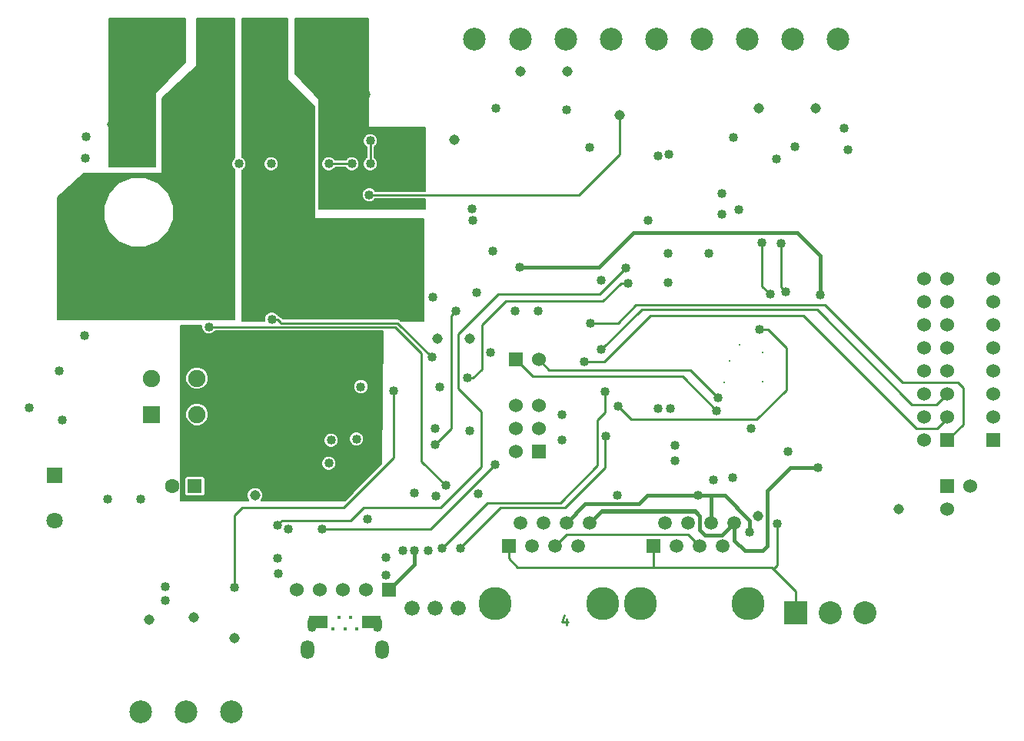
<source format=gbl>
G04 (created by PCBNEW (2013-07-07 BZR 4022)-stable) date 4/21/2018 10:45:42 AM*
%MOIN*%
G04 Gerber Fmt 3.4, Leading zero omitted, Abs format*
%FSLAX34Y34*%
G01*
G70*
G90*
G04 APERTURE LIST*
%ADD10C,0.00590551*%
%ADD11C,0.01*%
%ADD12R,0.1X0.1*%
%ADD13C,0.1*%
%ADD14R,0.06X0.06*%
%ADD15C,0.06*%
%ADD16R,0.0629921X0.0629921*%
%ADD17C,0.0629921*%
%ADD18C,0.0984252*%
%ADD19C,0.011811*%
%ADD20R,0.0708661X0.0708661*%
%ADD21C,0.0708661*%
%ADD22C,0.045*%
%ADD23C,0.066*%
%ADD24C,0.1437*%
%ADD25R,0.0591X0.0591*%
%ADD26C,0.0591*%
%ADD27O,0.0393701X0.0669291*%
%ADD28C,0.0177165*%
%ADD29C,0.075*%
%ADD30R,0.075X0.075*%
%ADD31O,0.0590551X0.0826772*%
%ADD32R,0.0787402X0.0562992*%
%ADD33R,0.0787402X0.0574803*%
%ADD34C,0.04*%
%ADD35C,0.016*%
%ADD36C,0.008*%
G04 APERTURE END LIST*
G54D10*
G54D11*
X54316Y-44355D02*
X54316Y-44621D01*
X54220Y-44202D02*
X54125Y-44488D01*
X54373Y-44488D01*
G54D12*
X64248Y-44094D03*
G54D13*
X65748Y-44094D03*
X67248Y-44094D03*
G54D14*
X46600Y-43100D03*
G54D15*
X45600Y-43100D03*
X44600Y-43100D03*
X43600Y-43100D03*
X42600Y-43100D03*
G54D14*
X53100Y-37100D03*
G54D15*
X52100Y-37100D03*
X53100Y-36100D03*
X52100Y-36100D03*
X53100Y-35100D03*
X52100Y-35100D03*
G54D16*
X38192Y-38600D03*
G54D17*
X37207Y-38600D03*
G54D18*
X35178Y-19300D03*
X37147Y-19300D03*
X39115Y-19300D03*
X41084Y-19300D03*
X45021Y-19300D03*
X43052Y-19300D03*
G54D19*
X62810Y-32780D03*
X42600Y-38700D03*
X44200Y-35200D03*
X40500Y-33300D03*
X42500Y-36600D03*
X40500Y-34700D03*
X41600Y-33900D03*
X40500Y-35900D03*
X44930Y-34250D03*
G54D20*
X32100Y-38115D03*
G54D21*
X32100Y-40084D03*
G54D19*
X43200Y-33900D03*
X41540Y-35320D03*
X43200Y-35300D03*
X44200Y-33300D03*
X42500Y-34700D03*
G54D22*
X40800Y-39000D03*
G54D23*
X49600Y-43900D03*
X48600Y-43900D03*
X47600Y-43900D03*
G54D14*
X70800Y-38600D03*
G54D15*
X70800Y-39600D03*
G54D24*
X62180Y-43700D03*
X57507Y-43700D03*
G54D25*
X58092Y-41200D03*
G54D26*
X58592Y-40200D03*
X59092Y-41200D03*
X59592Y-40200D03*
X60092Y-41200D03*
X60592Y-40200D03*
X61092Y-41200D03*
X61592Y-40200D03*
G54D24*
X55881Y-43700D03*
X51208Y-43700D03*
G54D25*
X51793Y-41200D03*
G54D26*
X52293Y-40200D03*
X52793Y-41200D03*
X53293Y-40200D03*
X53793Y-41200D03*
X54293Y-40200D03*
X54793Y-41200D03*
X55293Y-40200D03*
G54D14*
X52100Y-33100D03*
G54D15*
X53100Y-33100D03*
G54D27*
X46107Y-44600D03*
X43292Y-44600D03*
G54D28*
X44955Y-44292D03*
X44700Y-44796D03*
X44444Y-44292D03*
X44188Y-44796D03*
X45211Y-44796D03*
G54D15*
X70800Y-29600D03*
X70800Y-30600D03*
X70800Y-31600D03*
X70800Y-32600D03*
X70800Y-33600D03*
X70800Y-34600D03*
X70800Y-35600D03*
G54D14*
X70800Y-36600D03*
X72800Y-36600D03*
G54D15*
X72800Y-35600D03*
X72800Y-34600D03*
X72800Y-33600D03*
X72800Y-32600D03*
X72800Y-31600D03*
X72800Y-30600D03*
X72800Y-29600D03*
X69800Y-29600D03*
X69800Y-30600D03*
X69800Y-31600D03*
X69800Y-32600D03*
X69800Y-33600D03*
X69800Y-34600D03*
X69800Y-35600D03*
X69800Y-36600D03*
G54D29*
X38284Y-33913D03*
X38284Y-35487D03*
G54D30*
X36316Y-35487D03*
G54D29*
X36316Y-33913D03*
G54D19*
X62810Y-34070D03*
X61150Y-34090D03*
X61380Y-33170D03*
X61800Y-32450D03*
G54D22*
X49450Y-23550D03*
X39900Y-45200D03*
X38150Y-44300D03*
X56600Y-22500D03*
X54350Y-20600D03*
X52300Y-20600D03*
X36200Y-44400D03*
X48700Y-32200D03*
X47300Y-24300D03*
X47400Y-27600D03*
X33300Y-27000D03*
X34600Y-22900D03*
X50100Y-32200D03*
X65100Y-22200D03*
X62650Y-22200D03*
G54D18*
X39768Y-48400D03*
X35831Y-48400D03*
X37800Y-48400D03*
X66074Y-19200D03*
X64105Y-19200D03*
X62137Y-19200D03*
X60168Y-19200D03*
X58200Y-19200D03*
X56231Y-19200D03*
X54262Y-19200D03*
X50325Y-19200D03*
X52294Y-19200D03*
G54D14*
X70800Y-38600D03*
G54D15*
X71800Y-38600D03*
G54D22*
X68700Y-39600D03*
X62600Y-39900D03*
G54D31*
X43085Y-45700D03*
G54D32*
X45841Y-44487D03*
G54D33*
X43558Y-44487D03*
G54D31*
X46314Y-45700D03*
G54D34*
X44000Y-24600D03*
X45000Y-24600D03*
X45800Y-24600D03*
X45800Y-23600D03*
X50230Y-27050D03*
X50400Y-30200D03*
X58750Y-24200D03*
X48630Y-39030D03*
X58290Y-35230D03*
X55300Y-23900D03*
X63400Y-24400D03*
X61780Y-26600D03*
X48800Y-34300D03*
X45390Y-34280D03*
X59010Y-37480D03*
X44100Y-36600D03*
X60470Y-28480D03*
X61510Y-38230D03*
X52090Y-31000D03*
X53070Y-30980D03*
X45200Y-36550D03*
X44000Y-37600D03*
X51000Y-32800D03*
X63800Y-30170D03*
X63600Y-28070D03*
X44600Y-27800D03*
X44600Y-31000D03*
X41000Y-31000D03*
X41000Y-28200D03*
X42400Y-26800D03*
X42400Y-26000D03*
X42400Y-25200D03*
X42400Y-24000D03*
X42400Y-23200D03*
X42400Y-22400D03*
X42200Y-21600D03*
X41400Y-21600D03*
X40600Y-21600D03*
X62790Y-28040D03*
X63130Y-30250D03*
X34600Y-28600D03*
X38200Y-28600D03*
X37700Y-26600D03*
X39000Y-26800D03*
X39000Y-26000D03*
X39000Y-25200D03*
X39000Y-24000D03*
X39000Y-23200D03*
X39000Y-22400D03*
X39000Y-21600D03*
X38200Y-21600D03*
X37400Y-21600D03*
X63430Y-40220D03*
X65200Y-37800D03*
X62250Y-40600D03*
X60000Y-39000D03*
X55340Y-31520D03*
X55070Y-33180D03*
X55820Y-32670D03*
X48470Y-33000D03*
X41530Y-31350D03*
X41500Y-24600D03*
X56970Y-29800D03*
X50000Y-33900D03*
X56880Y-29110D03*
X41790Y-40280D03*
X49075Y-38575D03*
X38800Y-31680D03*
X56010Y-36420D03*
X49700Y-41300D03*
X55990Y-34500D03*
X48900Y-41300D03*
X60870Y-34760D03*
X60820Y-35320D03*
X47700Y-41400D03*
X45600Y-21600D03*
X44800Y-21600D03*
X44000Y-21600D03*
X35400Y-24400D03*
X35400Y-23200D03*
X35400Y-21800D03*
X34800Y-21000D03*
X36200Y-21000D03*
X48500Y-30400D03*
X54300Y-22250D03*
X61050Y-25900D03*
X55800Y-29670D03*
X36900Y-43550D03*
X36900Y-42950D03*
X58810Y-35230D03*
X51250Y-22200D03*
X63900Y-37100D03*
X66500Y-24000D03*
X66350Y-23050D03*
X64200Y-23850D03*
X50480Y-38920D03*
X41800Y-42400D03*
X40550Y-32070D03*
X33430Y-24370D03*
X33460Y-23420D03*
X61550Y-23450D03*
X50220Y-26550D03*
X33420Y-32060D03*
X47700Y-38900D03*
X47200Y-41400D03*
X54100Y-36600D03*
X54100Y-35500D03*
X50100Y-36200D03*
X48600Y-36100D03*
X31000Y-35200D03*
X46470Y-41690D03*
X35850Y-39150D03*
X34400Y-39150D03*
X62300Y-36100D03*
X60670Y-38330D03*
X59000Y-36830D03*
X42250Y-40450D03*
X46460Y-42460D03*
X45680Y-40030D03*
X32450Y-35720D03*
X51100Y-28400D03*
X40100Y-24600D03*
X57830Y-27050D03*
X61050Y-26800D03*
X58710Y-29750D03*
X58720Y-28490D03*
X32300Y-33600D03*
X41760Y-41740D03*
X48300Y-41400D03*
X56500Y-39000D03*
X58260Y-24260D03*
X39900Y-43000D03*
X46800Y-34450D03*
X49500Y-31000D03*
X48600Y-36800D03*
X51200Y-37660D03*
X43700Y-40450D03*
X62680Y-31780D03*
X56530Y-35120D03*
X45750Y-25950D03*
X52275Y-29100D03*
X65300Y-30300D03*
G54D11*
X45000Y-24600D02*
X44000Y-24600D01*
X45800Y-23600D02*
X45800Y-24600D01*
X63600Y-29970D02*
X63600Y-28070D01*
X63800Y-30170D02*
X63600Y-29970D01*
X41200Y-31000D02*
X44600Y-31000D01*
X41000Y-31000D02*
X41200Y-31000D01*
X42400Y-26800D02*
X41000Y-28200D01*
X42400Y-25200D02*
X42400Y-26000D01*
X42400Y-23200D02*
X42400Y-24000D01*
X42400Y-21800D02*
X42400Y-22400D01*
X42200Y-21600D02*
X42400Y-21800D01*
X40600Y-21600D02*
X41400Y-21600D01*
X62790Y-28040D02*
X62790Y-29910D01*
X62790Y-29910D02*
X63130Y-30250D01*
X38200Y-27600D02*
X38200Y-28600D01*
X37700Y-26600D02*
X38200Y-27600D01*
X39000Y-25200D02*
X39000Y-26000D01*
X39000Y-23200D02*
X39000Y-24000D01*
X39000Y-21600D02*
X39000Y-22400D01*
X37400Y-21600D02*
X38200Y-21600D01*
X63440Y-42030D02*
X63280Y-42190D01*
X63440Y-40230D02*
X63440Y-42030D01*
X63430Y-40220D02*
X63440Y-40230D01*
X64248Y-43158D02*
X64248Y-44094D01*
X63280Y-42190D02*
X64248Y-43158D01*
X63200Y-42110D02*
X63280Y-42190D01*
X58100Y-42110D02*
X63200Y-42110D01*
X58092Y-42110D02*
X58100Y-42110D01*
X52180Y-42110D02*
X58100Y-42110D01*
X51793Y-41723D02*
X52180Y-42110D01*
X58092Y-41200D02*
X58092Y-42110D01*
X51793Y-41200D02*
X51793Y-41723D01*
G54D35*
X63000Y-38800D02*
X63000Y-41200D01*
X64000Y-37800D02*
X63000Y-38800D01*
X65200Y-37800D02*
X64000Y-37800D01*
X61592Y-40200D02*
X61592Y-40942D01*
X62800Y-41400D02*
X63000Y-41200D01*
X62050Y-41400D02*
X62800Y-41400D01*
X61592Y-40942D02*
X62050Y-41400D01*
X61592Y-40200D02*
X61579Y-40200D01*
X61579Y-40200D02*
X61050Y-40730D01*
X60320Y-40730D02*
X60090Y-40500D01*
X61050Y-40730D02*
X60320Y-40730D01*
X60090Y-40500D02*
X60090Y-39880D01*
X60090Y-39880D02*
X59870Y-39660D01*
X59870Y-39660D02*
X55834Y-39660D01*
X55834Y-39660D02*
X55293Y-40200D01*
G54D11*
X55764Y-39730D02*
X55293Y-40200D01*
X59870Y-39730D02*
X55764Y-39730D01*
X60090Y-39950D02*
X59870Y-39730D01*
X60090Y-40500D02*
X60090Y-39950D01*
X60300Y-40710D02*
X60090Y-40500D01*
X61070Y-40710D02*
X60300Y-40710D01*
X61579Y-40200D02*
X61070Y-40710D01*
G54D35*
X62255Y-40595D02*
X62255Y-40095D01*
X62250Y-40600D02*
X62255Y-40595D01*
X60592Y-40200D02*
X60592Y-39000D01*
X60592Y-39000D02*
X60590Y-39000D01*
X60000Y-39000D02*
X60590Y-39000D01*
X60590Y-39000D02*
X61160Y-39000D01*
X61160Y-39000D02*
X62255Y-40095D01*
X60000Y-39000D02*
X57810Y-39000D01*
X55124Y-39370D02*
X54293Y-40200D01*
X57440Y-39370D02*
X55124Y-39370D01*
X57810Y-39000D02*
X57440Y-39370D01*
G54D11*
X57325Y-30725D02*
X65525Y-30725D01*
X65520Y-30720D02*
X68890Y-34090D01*
X70810Y-36600D02*
X71500Y-35910D01*
X71500Y-35910D02*
X71500Y-34310D01*
X71500Y-34310D02*
X71280Y-34090D01*
X71280Y-34090D02*
X68890Y-34090D01*
X70810Y-36600D02*
X70800Y-36600D01*
X65525Y-30725D02*
X65520Y-30720D01*
X55340Y-31520D02*
X56530Y-31520D01*
X56530Y-31520D02*
X57325Y-30725D01*
X57325Y-30725D02*
X57330Y-30720D01*
X57940Y-31190D02*
X64580Y-31190D01*
X70800Y-35670D02*
X70380Y-36090D01*
X70380Y-36090D02*
X69480Y-36090D01*
X69480Y-36090D02*
X64580Y-31190D01*
X57940Y-31190D02*
X55950Y-33180D01*
X55950Y-33180D02*
X55070Y-33180D01*
X70800Y-35600D02*
X70800Y-35670D01*
X65165Y-30935D02*
X57555Y-30935D01*
X55820Y-32670D02*
X57560Y-30930D01*
X57555Y-30935D02*
X57560Y-30930D01*
X70340Y-35060D02*
X70800Y-34600D01*
X69290Y-35060D02*
X70340Y-35060D01*
X65160Y-30930D02*
X65165Y-30935D01*
X65165Y-30935D02*
X69290Y-35060D01*
X41920Y-31509D02*
X41920Y-31500D01*
X46979Y-31509D02*
X41920Y-31509D01*
X48470Y-33000D02*
X46979Y-31509D01*
X41770Y-31350D02*
X41920Y-31500D01*
X41530Y-31350D02*
X41770Y-31350D01*
X41920Y-31500D02*
X41920Y-31500D01*
X56970Y-29800D02*
X56660Y-29800D01*
X50250Y-33900D02*
X50000Y-33900D01*
X50640Y-33510D02*
X50250Y-33900D01*
X50640Y-31600D02*
X50640Y-33510D01*
X51670Y-30570D02*
X50640Y-31600D01*
X55890Y-30570D02*
X51670Y-30570D01*
X56660Y-29800D02*
X55890Y-30570D01*
X55747Y-30272D02*
X51352Y-30272D01*
X51352Y-30272D02*
X49625Y-32000D01*
X45510Y-39520D02*
X48855Y-39520D01*
X48855Y-39520D02*
X50600Y-37775D01*
X50600Y-37775D02*
X50600Y-35350D01*
X50600Y-35350D02*
X49625Y-34375D01*
X49625Y-34375D02*
X49625Y-32000D01*
X56880Y-29140D02*
X55747Y-30272D01*
X56880Y-29110D02*
X56880Y-29140D01*
X41790Y-40280D02*
X41790Y-40270D01*
X44950Y-40080D02*
X45510Y-39520D01*
X41980Y-40080D02*
X44950Y-40080D01*
X41790Y-40270D02*
X41980Y-40080D01*
X48010Y-37510D02*
X48010Y-32840D01*
X49075Y-38575D02*
X48010Y-37510D01*
X38800Y-31690D02*
X46860Y-31690D01*
X48010Y-32840D02*
X46860Y-31690D01*
X38800Y-31680D02*
X38800Y-31690D01*
X48010Y-36510D02*
X48010Y-32840D01*
X48010Y-36510D02*
X48010Y-32840D01*
X55990Y-37780D02*
X55990Y-36440D01*
X55990Y-36440D02*
X56010Y-36420D01*
X49700Y-41270D02*
X51440Y-39530D01*
X54240Y-39530D02*
X55990Y-37780D01*
X51440Y-39530D02*
X54240Y-39530D01*
X55990Y-34500D02*
X55990Y-35380D01*
X55990Y-35380D02*
X55640Y-35730D01*
X55640Y-35730D02*
X55640Y-37700D01*
X50890Y-39310D02*
X54030Y-39310D01*
X54030Y-39310D02*
X55640Y-37700D01*
X48900Y-41300D02*
X50890Y-39310D01*
X53100Y-33100D02*
X53550Y-33550D01*
X59660Y-33550D02*
X60870Y-34760D01*
X53550Y-33550D02*
X59660Y-33550D01*
X60820Y-35320D02*
X60810Y-35320D01*
X52840Y-33840D02*
X52100Y-33100D01*
X59330Y-33840D02*
X52840Y-33840D01*
X60810Y-35320D02*
X59330Y-33840D01*
G54D35*
X47700Y-41400D02*
X47700Y-42000D01*
X47700Y-42000D02*
X46600Y-43100D01*
G54D11*
X44000Y-21600D02*
X44800Y-21600D01*
G54D35*
X35400Y-21800D02*
X35400Y-23200D01*
X36200Y-21000D02*
X34800Y-21000D01*
G54D11*
X48500Y-30400D02*
X48525Y-30400D01*
X39900Y-43000D02*
X39900Y-39860D01*
X39900Y-39860D02*
X40240Y-39520D01*
X40240Y-39520D02*
X44630Y-39520D01*
X46800Y-37350D02*
X46800Y-34450D01*
X44630Y-39520D02*
X46800Y-37350D01*
X53793Y-41200D02*
X53799Y-41200D01*
X59581Y-40690D02*
X60092Y-41200D01*
X54310Y-40690D02*
X59581Y-40690D01*
X53799Y-41200D02*
X54310Y-40690D01*
X49300Y-31200D02*
X49500Y-31000D01*
X49300Y-36100D02*
X49300Y-31200D01*
X48600Y-36800D02*
X49300Y-36100D01*
X43700Y-40450D02*
X48410Y-40450D01*
X48410Y-40450D02*
X51200Y-37660D01*
X62680Y-31780D02*
X63030Y-31780D01*
X57110Y-35700D02*
X56530Y-35120D01*
X62550Y-35700D02*
X57110Y-35700D01*
X63840Y-34410D02*
X62550Y-35700D01*
X63840Y-32590D02*
X63840Y-34410D01*
X63030Y-31780D02*
X63840Y-32590D01*
X56600Y-22500D02*
X56600Y-24200D01*
X54850Y-25950D02*
X45750Y-25950D01*
X56600Y-24200D02*
X54850Y-25950D01*
G54D35*
X52275Y-29100D02*
X55710Y-29100D01*
X55710Y-29100D02*
X57210Y-27600D01*
X65300Y-30300D02*
X65300Y-28600D01*
X64300Y-27600D02*
X57210Y-27600D01*
X65300Y-28600D02*
X64300Y-27600D01*
G54D10*
G36*
X48110Y-31410D02*
X47120Y-31410D01*
X47100Y-31389D01*
X47045Y-31352D01*
X46979Y-31339D01*
X42000Y-31339D01*
X41890Y-31229D01*
X41835Y-31192D01*
X41820Y-31189D01*
X41820Y-24536D01*
X41771Y-24418D01*
X41681Y-24328D01*
X41563Y-24280D01*
X41436Y-24279D01*
X41318Y-24328D01*
X41228Y-24418D01*
X41180Y-24536D01*
X41179Y-24663D01*
X41228Y-24781D01*
X41318Y-24871D01*
X41436Y-24919D01*
X41563Y-24920D01*
X41681Y-24871D01*
X41771Y-24781D01*
X41819Y-24663D01*
X41820Y-24536D01*
X41820Y-31189D01*
X41809Y-31187D01*
X41801Y-31168D01*
X41711Y-31078D01*
X41593Y-31030D01*
X41466Y-31029D01*
X41348Y-31078D01*
X41258Y-31168D01*
X41210Y-31286D01*
X41209Y-31410D01*
X40240Y-31410D01*
X40240Y-24888D01*
X40281Y-24871D01*
X40371Y-24781D01*
X40419Y-24663D01*
X40420Y-24536D01*
X40371Y-24418D01*
X40281Y-24328D01*
X40240Y-24311D01*
X40240Y-18290D01*
X42210Y-18290D01*
X42210Y-20966D01*
X43360Y-22116D01*
X43360Y-26990D01*
X48110Y-26990D01*
X48110Y-31410D01*
X48110Y-31410D01*
G37*
G54D36*
X48110Y-31410D02*
X47120Y-31410D01*
X47100Y-31389D01*
X47045Y-31352D01*
X46979Y-31339D01*
X42000Y-31339D01*
X41890Y-31229D01*
X41835Y-31192D01*
X41820Y-31189D01*
X41820Y-24536D01*
X41771Y-24418D01*
X41681Y-24328D01*
X41563Y-24280D01*
X41436Y-24279D01*
X41318Y-24328D01*
X41228Y-24418D01*
X41180Y-24536D01*
X41179Y-24663D01*
X41228Y-24781D01*
X41318Y-24871D01*
X41436Y-24919D01*
X41563Y-24920D01*
X41681Y-24871D01*
X41771Y-24781D01*
X41819Y-24663D01*
X41820Y-24536D01*
X41820Y-31189D01*
X41809Y-31187D01*
X41801Y-31168D01*
X41711Y-31078D01*
X41593Y-31030D01*
X41466Y-31029D01*
X41348Y-31078D01*
X41258Y-31168D01*
X41210Y-31286D01*
X41209Y-31410D01*
X40240Y-31410D01*
X40240Y-24888D01*
X40281Y-24871D01*
X40371Y-24781D01*
X40419Y-24663D01*
X40420Y-24536D01*
X40371Y-24418D01*
X40281Y-24328D01*
X40240Y-24311D01*
X40240Y-18290D01*
X42210Y-18290D01*
X42210Y-20966D01*
X43360Y-22116D01*
X43360Y-26990D01*
X48110Y-26990D01*
X48110Y-31410D01*
G54D10*
G36*
X37760Y-20183D02*
X36460Y-21533D01*
X36460Y-24710D01*
X34490Y-24710D01*
X34490Y-18290D01*
X37760Y-18290D01*
X37760Y-20183D01*
X37760Y-20183D01*
G37*
G54D36*
X37760Y-20183D02*
X36460Y-21533D01*
X36460Y-24710D01*
X34490Y-24710D01*
X34490Y-18290D01*
X37760Y-18290D01*
X37760Y-20183D01*
G54D10*
G36*
X39910Y-31360D02*
X38800Y-31360D01*
X38736Y-31359D01*
X38736Y-31360D01*
X37260Y-31360D01*
X37260Y-26414D01*
X37030Y-25857D01*
X36604Y-25430D01*
X36047Y-25198D01*
X35443Y-25198D01*
X34886Y-25428D01*
X34459Y-25854D01*
X34227Y-26412D01*
X34227Y-27015D01*
X34457Y-27572D01*
X34884Y-27999D01*
X35441Y-28231D01*
X36044Y-28231D01*
X36601Y-28001D01*
X37028Y-27575D01*
X37260Y-27017D01*
X37260Y-26414D01*
X37260Y-31360D01*
X32240Y-31360D01*
X32240Y-26067D01*
X33365Y-25040D01*
X36790Y-25040D01*
X36790Y-21767D01*
X38290Y-20367D01*
X38290Y-18290D01*
X39910Y-18290D01*
X39910Y-24337D01*
X39828Y-24418D01*
X39780Y-24536D01*
X39779Y-24663D01*
X39828Y-24781D01*
X39910Y-24862D01*
X39910Y-31360D01*
X39910Y-31360D01*
G37*
G54D36*
X39910Y-31360D02*
X38800Y-31360D01*
X38736Y-31359D01*
X38736Y-31360D01*
X37260Y-31360D01*
X37260Y-26414D01*
X37030Y-25857D01*
X36604Y-25430D01*
X36047Y-25198D01*
X35443Y-25198D01*
X34886Y-25428D01*
X34459Y-25854D01*
X34227Y-26412D01*
X34227Y-27015D01*
X34457Y-27572D01*
X34884Y-27999D01*
X35441Y-28231D01*
X36044Y-28231D01*
X36601Y-28001D01*
X37028Y-27575D01*
X37260Y-27017D01*
X37260Y-26414D01*
X37260Y-31360D01*
X32240Y-31360D01*
X32240Y-26067D01*
X33365Y-25040D01*
X36790Y-25040D01*
X36790Y-21767D01*
X38290Y-20367D01*
X38290Y-18290D01*
X39910Y-18290D01*
X39910Y-24337D01*
X39828Y-24418D01*
X39780Y-24536D01*
X39779Y-24663D01*
X39828Y-24781D01*
X39910Y-24862D01*
X39910Y-31360D01*
G54D10*
G36*
X46356Y-31860D02*
X46281Y-37628D01*
X45710Y-38199D01*
X45710Y-34216D01*
X45661Y-34098D01*
X45571Y-34008D01*
X45453Y-33960D01*
X45326Y-33959D01*
X45208Y-34008D01*
X45118Y-34098D01*
X45070Y-34216D01*
X45069Y-34343D01*
X45118Y-34461D01*
X45208Y-34551D01*
X45326Y-34599D01*
X45453Y-34600D01*
X45571Y-34551D01*
X45661Y-34461D01*
X45709Y-34343D01*
X45710Y-34216D01*
X45710Y-38199D01*
X45520Y-38389D01*
X45520Y-36486D01*
X45471Y-36368D01*
X45381Y-36278D01*
X45263Y-36230D01*
X45136Y-36229D01*
X45018Y-36278D01*
X44928Y-36368D01*
X44880Y-36486D01*
X44879Y-36613D01*
X44928Y-36731D01*
X45018Y-36821D01*
X45136Y-36869D01*
X45263Y-36870D01*
X45381Y-36821D01*
X45471Y-36731D01*
X45519Y-36613D01*
X45520Y-36486D01*
X45520Y-38389D01*
X44699Y-39210D01*
X44420Y-39210D01*
X44420Y-36536D01*
X44371Y-36418D01*
X44281Y-36328D01*
X44163Y-36280D01*
X44036Y-36279D01*
X43918Y-36328D01*
X43828Y-36418D01*
X43780Y-36536D01*
X43779Y-36663D01*
X43828Y-36781D01*
X43918Y-36871D01*
X44036Y-36919D01*
X44163Y-36920D01*
X44281Y-36871D01*
X44371Y-36781D01*
X44419Y-36663D01*
X44420Y-36536D01*
X44420Y-39210D01*
X44320Y-39210D01*
X44320Y-37536D01*
X44271Y-37418D01*
X44181Y-37328D01*
X44063Y-37280D01*
X43936Y-37279D01*
X43818Y-37328D01*
X43728Y-37418D01*
X43680Y-37536D01*
X43679Y-37663D01*
X43728Y-37781D01*
X43818Y-37871D01*
X43936Y-37919D01*
X44063Y-37920D01*
X44181Y-37871D01*
X44271Y-37781D01*
X44319Y-37663D01*
X44320Y-37536D01*
X44320Y-39210D01*
X41077Y-39210D01*
X41092Y-39195D01*
X41144Y-39068D01*
X41145Y-38931D01*
X41092Y-38804D01*
X40995Y-38707D01*
X40868Y-38655D01*
X40731Y-38654D01*
X40604Y-38707D01*
X40507Y-38804D01*
X40455Y-38931D01*
X40454Y-39068D01*
X40507Y-39195D01*
X40522Y-39210D01*
X38779Y-39210D01*
X38779Y-35388D01*
X38779Y-33814D01*
X38703Y-33632D01*
X38564Y-33493D01*
X38382Y-33418D01*
X38185Y-33417D01*
X38003Y-33493D01*
X37864Y-33632D01*
X37789Y-33814D01*
X37788Y-34011D01*
X37864Y-34193D01*
X38003Y-34332D01*
X38185Y-34407D01*
X38382Y-34408D01*
X38564Y-34332D01*
X38703Y-34193D01*
X38778Y-34011D01*
X38779Y-33814D01*
X38779Y-35388D01*
X38703Y-35206D01*
X38564Y-35067D01*
X38382Y-34992D01*
X38185Y-34991D01*
X38003Y-35067D01*
X37864Y-35206D01*
X37789Y-35388D01*
X37788Y-35585D01*
X37864Y-35767D01*
X38003Y-35906D01*
X38185Y-35981D01*
X38382Y-35982D01*
X38564Y-35906D01*
X38703Y-35767D01*
X38778Y-35585D01*
X38779Y-35388D01*
X38779Y-39210D01*
X38627Y-39210D01*
X38627Y-38891D01*
X38627Y-38261D01*
X38608Y-38217D01*
X38575Y-38183D01*
X38531Y-38165D01*
X38483Y-38165D01*
X37853Y-38165D01*
X37809Y-38183D01*
X37775Y-38216D01*
X37757Y-38261D01*
X37757Y-38308D01*
X37757Y-38938D01*
X37775Y-38982D01*
X37809Y-39016D01*
X37853Y-39034D01*
X37900Y-39034D01*
X38530Y-39034D01*
X38574Y-39016D01*
X38608Y-38983D01*
X38627Y-38938D01*
X38627Y-38891D01*
X38627Y-39210D01*
X37590Y-39210D01*
X37590Y-31640D01*
X38480Y-31640D01*
X38479Y-31743D01*
X38528Y-31861D01*
X38618Y-31951D01*
X38736Y-31999D01*
X38863Y-32000D01*
X38981Y-31951D01*
X39071Y-31861D01*
X39071Y-31860D01*
X46356Y-31860D01*
X46356Y-31860D01*
G37*
G54D36*
X46356Y-31860D02*
X46281Y-37628D01*
X45710Y-38199D01*
X45710Y-34216D01*
X45661Y-34098D01*
X45571Y-34008D01*
X45453Y-33960D01*
X45326Y-33959D01*
X45208Y-34008D01*
X45118Y-34098D01*
X45070Y-34216D01*
X45069Y-34343D01*
X45118Y-34461D01*
X45208Y-34551D01*
X45326Y-34599D01*
X45453Y-34600D01*
X45571Y-34551D01*
X45661Y-34461D01*
X45709Y-34343D01*
X45710Y-34216D01*
X45710Y-38199D01*
X45520Y-38389D01*
X45520Y-36486D01*
X45471Y-36368D01*
X45381Y-36278D01*
X45263Y-36230D01*
X45136Y-36229D01*
X45018Y-36278D01*
X44928Y-36368D01*
X44880Y-36486D01*
X44879Y-36613D01*
X44928Y-36731D01*
X45018Y-36821D01*
X45136Y-36869D01*
X45263Y-36870D01*
X45381Y-36821D01*
X45471Y-36731D01*
X45519Y-36613D01*
X45520Y-36486D01*
X45520Y-38389D01*
X44699Y-39210D01*
X44420Y-39210D01*
X44420Y-36536D01*
X44371Y-36418D01*
X44281Y-36328D01*
X44163Y-36280D01*
X44036Y-36279D01*
X43918Y-36328D01*
X43828Y-36418D01*
X43780Y-36536D01*
X43779Y-36663D01*
X43828Y-36781D01*
X43918Y-36871D01*
X44036Y-36919D01*
X44163Y-36920D01*
X44281Y-36871D01*
X44371Y-36781D01*
X44419Y-36663D01*
X44420Y-36536D01*
X44420Y-39210D01*
X44320Y-39210D01*
X44320Y-37536D01*
X44271Y-37418D01*
X44181Y-37328D01*
X44063Y-37280D01*
X43936Y-37279D01*
X43818Y-37328D01*
X43728Y-37418D01*
X43680Y-37536D01*
X43679Y-37663D01*
X43728Y-37781D01*
X43818Y-37871D01*
X43936Y-37919D01*
X44063Y-37920D01*
X44181Y-37871D01*
X44271Y-37781D01*
X44319Y-37663D01*
X44320Y-37536D01*
X44320Y-39210D01*
X41077Y-39210D01*
X41092Y-39195D01*
X41144Y-39068D01*
X41145Y-38931D01*
X41092Y-38804D01*
X40995Y-38707D01*
X40868Y-38655D01*
X40731Y-38654D01*
X40604Y-38707D01*
X40507Y-38804D01*
X40455Y-38931D01*
X40454Y-39068D01*
X40507Y-39195D01*
X40522Y-39210D01*
X38779Y-39210D01*
X38779Y-35388D01*
X38779Y-33814D01*
X38703Y-33632D01*
X38564Y-33493D01*
X38382Y-33418D01*
X38185Y-33417D01*
X38003Y-33493D01*
X37864Y-33632D01*
X37789Y-33814D01*
X37788Y-34011D01*
X37864Y-34193D01*
X38003Y-34332D01*
X38185Y-34407D01*
X38382Y-34408D01*
X38564Y-34332D01*
X38703Y-34193D01*
X38778Y-34011D01*
X38779Y-33814D01*
X38779Y-35388D01*
X38703Y-35206D01*
X38564Y-35067D01*
X38382Y-34992D01*
X38185Y-34991D01*
X38003Y-35067D01*
X37864Y-35206D01*
X37789Y-35388D01*
X37788Y-35585D01*
X37864Y-35767D01*
X38003Y-35906D01*
X38185Y-35981D01*
X38382Y-35982D01*
X38564Y-35906D01*
X38703Y-35767D01*
X38778Y-35585D01*
X38779Y-35388D01*
X38779Y-39210D01*
X38627Y-39210D01*
X38627Y-38891D01*
X38627Y-38261D01*
X38608Y-38217D01*
X38575Y-38183D01*
X38531Y-38165D01*
X38483Y-38165D01*
X37853Y-38165D01*
X37809Y-38183D01*
X37775Y-38216D01*
X37757Y-38261D01*
X37757Y-38308D01*
X37757Y-38938D01*
X37775Y-38982D01*
X37809Y-39016D01*
X37853Y-39034D01*
X37900Y-39034D01*
X38530Y-39034D01*
X38574Y-39016D01*
X38608Y-38983D01*
X38627Y-38938D01*
X38627Y-38891D01*
X38627Y-39210D01*
X37590Y-39210D01*
X37590Y-31640D01*
X38480Y-31640D01*
X38479Y-31743D01*
X38528Y-31861D01*
X38618Y-31951D01*
X38736Y-31999D01*
X38863Y-32000D01*
X38981Y-31951D01*
X39071Y-31861D01*
X39071Y-31860D01*
X46356Y-31860D01*
G54D10*
G36*
X48160Y-26560D02*
X45320Y-26560D01*
X45320Y-24536D01*
X45271Y-24418D01*
X45181Y-24328D01*
X45063Y-24280D01*
X44936Y-24279D01*
X44818Y-24328D01*
X44728Y-24418D01*
X44724Y-24430D01*
X44275Y-24430D01*
X44271Y-24418D01*
X44181Y-24328D01*
X44063Y-24280D01*
X43936Y-24279D01*
X43818Y-24328D01*
X43728Y-24418D01*
X43680Y-24536D01*
X43679Y-24663D01*
X43728Y-24781D01*
X43818Y-24871D01*
X43936Y-24919D01*
X44063Y-24920D01*
X44181Y-24871D01*
X44271Y-24781D01*
X44275Y-24770D01*
X44724Y-24770D01*
X44728Y-24781D01*
X44818Y-24871D01*
X44936Y-24919D01*
X45063Y-24920D01*
X45181Y-24871D01*
X45271Y-24781D01*
X45319Y-24663D01*
X45320Y-24536D01*
X45320Y-26560D01*
X43590Y-26560D01*
X43590Y-21783D01*
X42540Y-20683D01*
X42540Y-18290D01*
X45710Y-18290D01*
X45710Y-23040D01*
X48160Y-23040D01*
X48160Y-25780D01*
X46120Y-25780D01*
X46120Y-24536D01*
X46071Y-24418D01*
X45981Y-24328D01*
X45970Y-24324D01*
X45970Y-23875D01*
X45981Y-23871D01*
X46071Y-23781D01*
X46119Y-23663D01*
X46120Y-23536D01*
X46071Y-23418D01*
X45981Y-23328D01*
X45863Y-23280D01*
X45736Y-23279D01*
X45618Y-23328D01*
X45528Y-23418D01*
X45480Y-23536D01*
X45479Y-23663D01*
X45528Y-23781D01*
X45618Y-23871D01*
X45630Y-23875D01*
X45630Y-24324D01*
X45618Y-24328D01*
X45528Y-24418D01*
X45480Y-24536D01*
X45479Y-24663D01*
X45528Y-24781D01*
X45618Y-24871D01*
X45736Y-24919D01*
X45863Y-24920D01*
X45981Y-24871D01*
X46071Y-24781D01*
X46119Y-24663D01*
X46120Y-24536D01*
X46120Y-25780D01*
X46025Y-25780D01*
X46021Y-25768D01*
X45931Y-25678D01*
X45813Y-25630D01*
X45686Y-25629D01*
X45568Y-25678D01*
X45478Y-25768D01*
X45430Y-25886D01*
X45429Y-26013D01*
X45478Y-26131D01*
X45568Y-26221D01*
X45686Y-26269D01*
X45813Y-26270D01*
X45931Y-26221D01*
X46021Y-26131D01*
X46025Y-26120D01*
X48160Y-26120D01*
X48160Y-26560D01*
X48160Y-26560D01*
G37*
G54D36*
X48160Y-26560D02*
X45320Y-26560D01*
X45320Y-24536D01*
X45271Y-24418D01*
X45181Y-24328D01*
X45063Y-24280D01*
X44936Y-24279D01*
X44818Y-24328D01*
X44728Y-24418D01*
X44724Y-24430D01*
X44275Y-24430D01*
X44271Y-24418D01*
X44181Y-24328D01*
X44063Y-24280D01*
X43936Y-24279D01*
X43818Y-24328D01*
X43728Y-24418D01*
X43680Y-24536D01*
X43679Y-24663D01*
X43728Y-24781D01*
X43818Y-24871D01*
X43936Y-24919D01*
X44063Y-24920D01*
X44181Y-24871D01*
X44271Y-24781D01*
X44275Y-24770D01*
X44724Y-24770D01*
X44728Y-24781D01*
X44818Y-24871D01*
X44936Y-24919D01*
X45063Y-24920D01*
X45181Y-24871D01*
X45271Y-24781D01*
X45319Y-24663D01*
X45320Y-24536D01*
X45320Y-26560D01*
X43590Y-26560D01*
X43590Y-21783D01*
X42540Y-20683D01*
X42540Y-18290D01*
X45710Y-18290D01*
X45710Y-23040D01*
X48160Y-23040D01*
X48160Y-25780D01*
X46120Y-25780D01*
X46120Y-24536D01*
X46071Y-24418D01*
X45981Y-24328D01*
X45970Y-24324D01*
X45970Y-23875D01*
X45981Y-23871D01*
X46071Y-23781D01*
X46119Y-23663D01*
X46120Y-23536D01*
X46071Y-23418D01*
X45981Y-23328D01*
X45863Y-23280D01*
X45736Y-23279D01*
X45618Y-23328D01*
X45528Y-23418D01*
X45480Y-23536D01*
X45479Y-23663D01*
X45528Y-23781D01*
X45618Y-23871D01*
X45630Y-23875D01*
X45630Y-24324D01*
X45618Y-24328D01*
X45528Y-24418D01*
X45480Y-24536D01*
X45479Y-24663D01*
X45528Y-24781D01*
X45618Y-24871D01*
X45736Y-24919D01*
X45863Y-24920D01*
X45981Y-24871D01*
X46071Y-24781D01*
X46119Y-24663D01*
X46120Y-24536D01*
X46120Y-25780D01*
X46025Y-25780D01*
X46021Y-25768D01*
X45931Y-25678D01*
X45813Y-25630D01*
X45686Y-25629D01*
X45568Y-25678D01*
X45478Y-25768D01*
X45430Y-25886D01*
X45429Y-26013D01*
X45478Y-26131D01*
X45568Y-26221D01*
X45686Y-26269D01*
X45813Y-26270D01*
X45931Y-26221D01*
X46021Y-26131D01*
X46025Y-26120D01*
X48160Y-26120D01*
X48160Y-26560D01*
M02*

</source>
